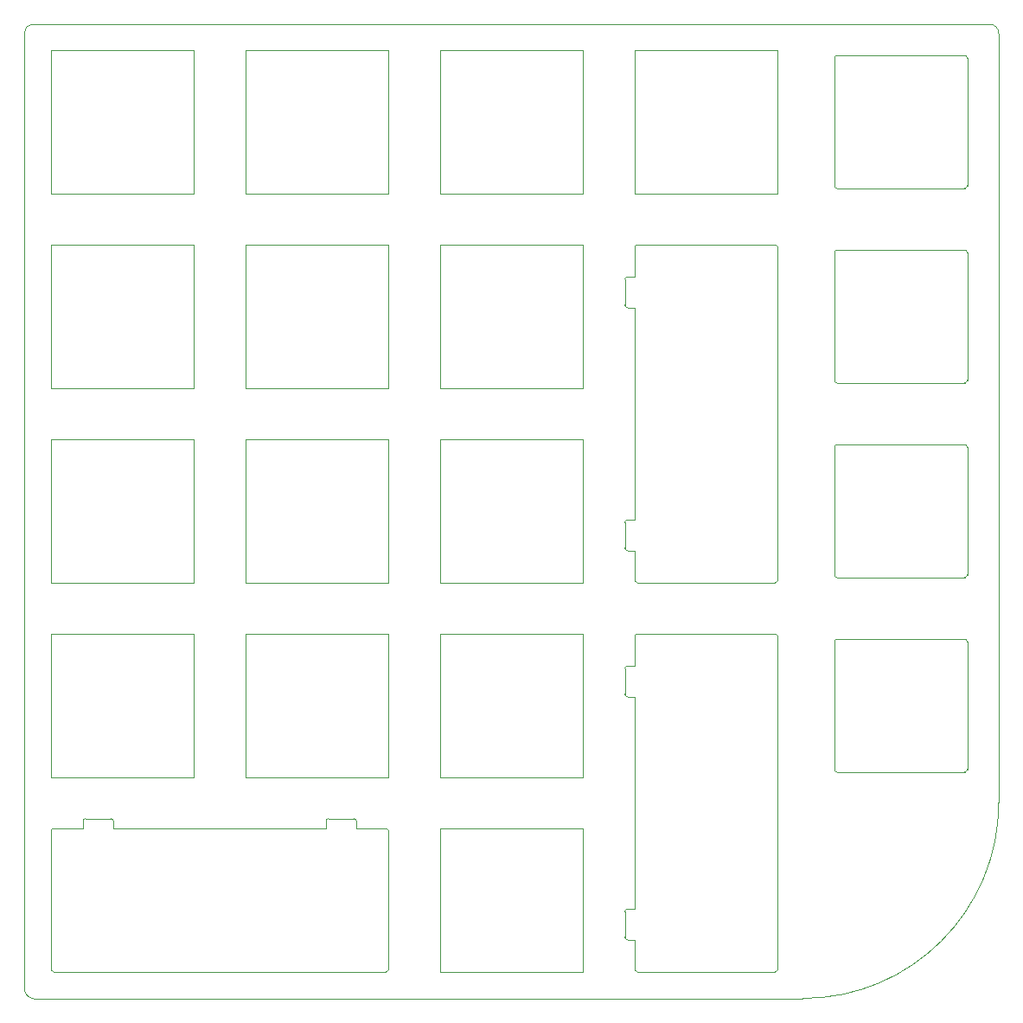
<source format=gm1>
%TF.GenerationSoftware,KiCad,Pcbnew,(5.99.0-12610-g07e01e6297)*%
%TF.CreationDate,2021-11-07T21:17:50+00:00*%
%TF.ProjectId,Envoy-Switchplate,456e766f-792d-4537-9769-746368706c61,rev?*%
%TF.SameCoordinates,Original*%
%TF.FileFunction,Profile,NP*%
%FSLAX46Y46*%
G04 Gerber Fmt 4.6, Leading zero omitted, Abs format (unit mm)*
G04 Created by KiCad (PCBNEW (5.99.0-12610-g07e01e6297)) date 2021-11-07 21:17:50*
%MOMM*%
%LPD*%
G01*
G04 APERTURE LIST*
%TA.AperFunction,Profile*%
%ADD10C,0.050000*%
%TD*%
%TA.AperFunction,Profile*%
%ADD11C,0.100000*%
%TD*%
G04 APERTURE END LIST*
D10*
X188214000Y-67183000D02*
X188214000Y-142494000D01*
X92837000Y-160782000D02*
X92837000Y-67056000D01*
X169037000Y-161671000D02*
X93726000Y-161671000D01*
X188214000Y-142494000D02*
G75*
G02*
X169037000Y-161671000I-19177000J0D01*
G01*
X92837000Y-67056000D02*
G75*
G02*
X93599000Y-66294000I762000J0D01*
G01*
X93726000Y-161671000D02*
G75*
G02*
X92837000Y-160782000I0J889000D01*
G01*
X187325000Y-66294000D02*
G75*
G02*
X188214000Y-67183000I0J-889000D01*
G01*
X93599000Y-66294000D02*
X187325000Y-66294000D01*
D11*
%TO.C,MX5*%
X95425500Y-87900750D02*
X109425500Y-87900750D01*
X109425500Y-87900750D02*
X109425500Y-101900750D01*
X109425500Y-101900750D02*
X95425500Y-101900750D01*
X95425500Y-101900750D02*
X95425500Y-87900750D01*
%TO.C,MX13*%
X95425500Y-126000750D02*
X109425500Y-126000750D01*
X109425500Y-126000750D02*
X109425500Y-140000750D01*
X109425500Y-140000750D02*
X95425500Y-140000750D01*
X95425500Y-140000750D02*
X95425500Y-126000750D01*
%TO.C,MX10*%
X114475500Y-106950750D02*
X128475500Y-106950750D01*
X128475500Y-106950750D02*
X128475500Y-120950750D01*
X128475500Y-120950750D02*
X114475500Y-120950750D01*
X114475500Y-120950750D02*
X114475500Y-106950750D01*
%TO.C,MX19*%
X133525500Y-145050750D02*
X147525500Y-145050750D01*
X147525500Y-145050750D02*
X147525500Y-159050750D01*
X147525500Y-159050750D02*
X133525500Y-159050750D01*
X133525500Y-159050750D02*
X133525500Y-145050750D01*
%TO.C,MX14*%
X114475500Y-126000750D02*
X128475500Y-126000750D01*
X128475500Y-126000750D02*
X128475500Y-140000750D01*
X128475500Y-140000750D02*
X114475500Y-140000750D01*
X114475500Y-140000750D02*
X114475500Y-126000750D01*
%TO.C,MX6*%
X114475500Y-87900750D02*
X128475500Y-87900750D01*
X128475500Y-87900750D02*
X128475500Y-101900750D01*
X128475500Y-101900750D02*
X114475500Y-101900750D01*
X114475500Y-101900750D02*
X114475500Y-87900750D01*
%TO.C,MX9*%
X95425500Y-106950750D02*
X109425500Y-106950750D01*
X109425500Y-106950750D02*
X109425500Y-120950750D01*
X109425500Y-120950750D02*
X95425500Y-120950750D01*
X95425500Y-120950750D02*
X95425500Y-106950750D01*
%TO.C,MX11*%
X133525500Y-106950750D02*
X147525500Y-106950750D01*
X147525500Y-106950750D02*
X147525500Y-120950750D01*
X147525500Y-120950750D02*
X133525500Y-120950750D01*
X133525500Y-120950750D02*
X133525500Y-106950750D01*
%TO.C,MX3*%
X133525500Y-68850750D02*
X147525500Y-68850750D01*
X147525500Y-68850750D02*
X147525500Y-82850750D01*
X147525500Y-82850750D02*
X133525500Y-82850750D01*
X133525500Y-82850750D02*
X133525500Y-68850750D01*
%TO.C,MX2*%
X114475500Y-68850750D02*
X128475500Y-68850750D01*
X128475500Y-68850750D02*
X128475500Y-82850750D01*
X128475500Y-82850750D02*
X114475500Y-82850750D01*
X114475500Y-82850750D02*
X114475500Y-68850750D01*
%TO.C,MX1*%
X95425500Y-68850750D02*
X109425500Y-68850750D01*
X109425500Y-68850750D02*
X109425500Y-82850750D01*
X109425500Y-82850750D02*
X95425500Y-82850750D01*
X95425500Y-82850750D02*
X95425500Y-68850750D01*
%TO.C,MX4*%
X152575500Y-68850750D02*
X166575500Y-68850750D01*
X166575500Y-68850750D02*
X166575500Y-82850750D01*
X166575500Y-82850750D02*
X152575500Y-82850750D01*
X152575500Y-82850750D02*
X152575500Y-68850750D01*
%TO.C,MX15*%
X133525500Y-126000750D02*
X147525500Y-126000750D01*
X147525500Y-126000750D02*
X147525500Y-140000750D01*
X147525500Y-140000750D02*
X133525500Y-140000750D01*
X133525500Y-140000750D02*
X133525500Y-126000750D01*
%TO.C,MX7*%
X133525500Y-87900750D02*
X147525500Y-87900750D01*
X147525500Y-87900750D02*
X147525500Y-101900750D01*
X147525500Y-101900750D02*
X133525500Y-101900750D01*
X133525500Y-101900750D02*
X133525500Y-87900750D01*
%TO.C,MX8-2u1*%
X151855500Y-94025750D02*
X152575500Y-94025750D01*
X152575500Y-117825750D02*
X152575500Y-120700750D01*
X151605500Y-117575750D02*
X151605500Y-115075750D01*
X152825498Y-87900750D02*
X166325500Y-87900750D01*
X152575500Y-114825750D02*
X152575500Y-94025750D01*
X152825499Y-120950751D02*
X166325501Y-120950749D01*
X151855500Y-114825750D02*
X152575500Y-114825750D01*
X152575500Y-91025750D02*
X152575500Y-88150750D01*
X166575498Y-88150750D02*
X166575500Y-120700750D01*
X151605500Y-91275750D02*
X151605500Y-93775752D01*
X152575500Y-117825750D02*
X151855499Y-117825751D01*
X152575500Y-91025750D02*
X151855498Y-91025750D01*
X152825499Y-120950751D02*
G75*
G02*
X152575500Y-120700750I1J250000D01*
G01*
X151605500Y-93775752D02*
G75*
G03*
X151855500Y-94025750I249999J1D01*
G01*
X151855499Y-117825751D02*
G75*
G02*
X151605500Y-117575750I1J250000D01*
G01*
X151855498Y-91025750D02*
G75*
G03*
X151605500Y-91275750I1J-249999D01*
G01*
X166325500Y-87900750D02*
G75*
G02*
X166575498Y-88150750I-1J-249999D01*
G01*
X166325501Y-120950749D02*
G75*
G03*
X166575500Y-120700750I0J249999D01*
G01*
X151605499Y-115075749D02*
G75*
G02*
X151855500Y-114825750I250000J-1D01*
G01*
X152825498Y-87900750D02*
G75*
G03*
X152575500Y-88150750I1J-249999D01*
G01*
%TO.C,MX17-2u1*%
X128475500Y-145300748D02*
X128475500Y-158800750D01*
X95425499Y-145300749D02*
X95425501Y-158800751D01*
X122350500Y-144330750D02*
X122350500Y-145050750D01*
X98800500Y-144080750D02*
X101300500Y-144080750D01*
X101550500Y-145050750D02*
X122350500Y-145050750D01*
X125350500Y-145050750D02*
X128225500Y-145050750D01*
X125350500Y-145050750D02*
X125350500Y-144330748D01*
X101550500Y-144330750D02*
X101550500Y-145050750D01*
X128225500Y-159050748D02*
X95675500Y-159050750D01*
X125100500Y-144080750D02*
X122600498Y-144080750D01*
X98550500Y-145050750D02*
X98550499Y-144330749D01*
X98550500Y-145050750D02*
X95675500Y-145050750D01*
X125350500Y-144330748D02*
G75*
G03*
X125100500Y-144080750I-249999J-1D01*
G01*
X128475500Y-158800750D02*
G75*
G02*
X128225500Y-159050748I-249999J1D01*
G01*
X101300501Y-144080749D02*
G75*
G02*
X101550500Y-144330750I-1J-250000D01*
G01*
X95425499Y-145300749D02*
G75*
G02*
X95675500Y-145050750I250000J-1D01*
G01*
X122600498Y-144080750D02*
G75*
G03*
X122350500Y-144330750I1J-249999D01*
G01*
X95425501Y-158800751D02*
G75*
G03*
X95675500Y-159050750I249999J0D01*
G01*
X128475500Y-145300748D02*
G75*
G03*
X128225500Y-145050750I-249999J-1D01*
G01*
X98550499Y-144330749D02*
G75*
G02*
X98800500Y-144080750I250000J-1D01*
G01*
%TO.C,MX16-2u1*%
X152825498Y-126000750D02*
X166325500Y-126000750D01*
X152575500Y-129125750D02*
X152575500Y-126250750D01*
X151605500Y-155675750D02*
X151605500Y-153175750D01*
X151855500Y-132125750D02*
X152575500Y-132125750D01*
X152825499Y-159050751D02*
X166325501Y-159050749D01*
X152575500Y-129125750D02*
X151855498Y-129125750D01*
X151855500Y-152925750D02*
X152575500Y-152925750D01*
X152575500Y-155925750D02*
X151855499Y-155925751D01*
X152575500Y-155925750D02*
X152575500Y-158800750D01*
X166575498Y-126250750D02*
X166575500Y-158800750D01*
X152575500Y-152925750D02*
X152575500Y-132125750D01*
X151605500Y-129375750D02*
X151605500Y-131875752D01*
X166325501Y-159050749D02*
G75*
G03*
X166575500Y-158800750I0J249999D01*
G01*
X152825499Y-159050751D02*
G75*
G02*
X152575500Y-158800750I1J250000D01*
G01*
X151605499Y-153175749D02*
G75*
G02*
X151855500Y-152925750I250000J-1D01*
G01*
X151855499Y-155925751D02*
G75*
G02*
X151605500Y-155675750I1J250000D01*
G01*
X166325500Y-126000750D02*
G75*
G02*
X166575498Y-126250750I-1J-249999D01*
G01*
X151605500Y-131875752D02*
G75*
G03*
X151855500Y-132125750I249999J1D01*
G01*
X151855498Y-129125750D02*
G75*
G03*
X151605500Y-129375750I1J-249999D01*
G01*
X152825498Y-126000750D02*
G75*
G03*
X152575500Y-126250750I1J-249999D01*
G01*
%TO.C,ENC1*%
X184875500Y-69350750D02*
X172375500Y-69350750D01*
X172125500Y-69600750D02*
X172125500Y-82100750D01*
X185125500Y-82100750D02*
X185125500Y-69600750D01*
X172375500Y-82350750D02*
X184875500Y-82350750D01*
X172375499Y-69350751D02*
G75*
G03*
X172125500Y-69600750I0J-249999D01*
G01*
X172375499Y-82350751D02*
G75*
G02*
X172125500Y-82100750I1J250000D01*
G01*
X184875500Y-69350750D02*
G75*
G02*
X185125500Y-69600750I0J-250000D01*
G01*
X184875501Y-82350749D02*
G75*
G03*
X185125500Y-82100750I0J249999D01*
G01*
%TO.C,ENC2*%
X172125500Y-88650750D02*
X172125500Y-101150750D01*
X172375500Y-101400750D02*
X184875500Y-101400750D01*
X185125500Y-101150750D02*
X185125500Y-88650750D01*
X184875500Y-88400750D02*
X172375500Y-88400750D01*
X184875501Y-101400749D02*
G75*
G03*
X185125500Y-101150750I0J249999D01*
G01*
X172375499Y-88400751D02*
G75*
G03*
X172125500Y-88650750I0J-249999D01*
G01*
X172375499Y-101400751D02*
G75*
G02*
X172125500Y-101150750I1J250000D01*
G01*
X184875500Y-88400750D02*
G75*
G02*
X185125500Y-88650750I0J-250000D01*
G01*
%TO.C,ENC3*%
X172375500Y-120450750D02*
X184875500Y-120450750D01*
X185125500Y-120200750D02*
X185125500Y-107700750D01*
X184875500Y-107450750D02*
X172375500Y-107450750D01*
X172125500Y-107700750D02*
X172125500Y-120200750D01*
X172375499Y-120450751D02*
G75*
G02*
X172125500Y-120200750I1J250000D01*
G01*
X184875500Y-107450750D02*
G75*
G02*
X185125500Y-107700750I0J-250000D01*
G01*
X172375499Y-107450751D02*
G75*
G03*
X172125500Y-107700750I0J-249999D01*
G01*
X184875501Y-120450749D02*
G75*
G03*
X185125500Y-120200750I0J249999D01*
G01*
%TO.C,ENC4*%
X185125500Y-139250750D02*
X185125500Y-126750750D01*
X172125500Y-126750750D02*
X172125500Y-139250750D01*
X172375500Y-139500750D02*
X184875500Y-139500750D01*
X184875500Y-126500750D02*
X172375500Y-126500750D01*
X184875500Y-126500750D02*
G75*
G02*
X185125500Y-126750750I0J-250000D01*
G01*
X172375499Y-126500751D02*
G75*
G03*
X172125500Y-126750750I0J-249999D01*
G01*
X172375499Y-139500751D02*
G75*
G02*
X172125500Y-139250750I1J250000D01*
G01*
X184875501Y-139500749D02*
G75*
G03*
X185125500Y-139250750I0J249999D01*
G01*
%TD*%
M02*

</source>
